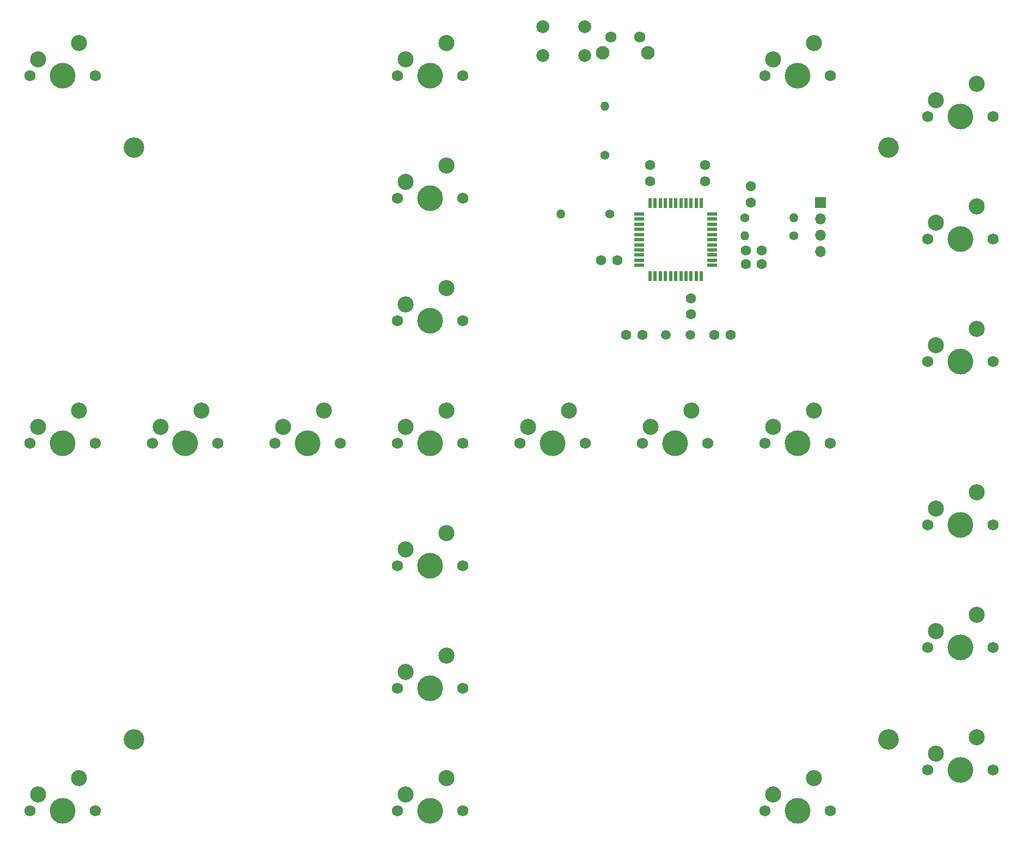
<source format=gbr>
%TF.GenerationSoftware,KiCad,Pcbnew,(6.0.4)*%
%TF.CreationDate,2022-05-22T21:26:51-03:00*%
%TF.ProjectId,G-Code_Keeb,472d436f-6465-45f4-9b65-65622e6b6963,1*%
%TF.SameCoordinates,Original*%
%TF.FileFunction,Soldermask,Bot*%
%TF.FilePolarity,Negative*%
%FSLAX46Y46*%
G04 Gerber Fmt 4.6, Leading zero omitted, Abs format (unit mm)*
G04 Created by KiCad (PCBNEW (6.0.4)) date 2022-05-22 21:26:51*
%MOMM*%
%LPD*%
G01*
G04 APERTURE LIST*
%ADD10C,4.000000*%
%ADD11C,1.750000*%
%ADD12C,2.500000*%
%ADD13C,3.200000*%
%ADD14C,1.600000*%
%ADD15R,1.700000X1.700000*%
%ADD16O,1.700000X1.700000*%
%ADD17C,2.100000*%
%ADD18C,2.000000*%
%ADD19C,1.400000*%
%ADD20O,1.400000X1.400000*%
%ADD21C,1.500000*%
%ADD22R,1.500000X0.550000*%
%ADD23R,0.550000X1.500000*%
G04 APERTURE END LIST*
D10*
%TO.C,SW11*%
X85750000Y-132900000D03*
D11*
X90830000Y-132900000D03*
X80670000Y-132900000D03*
D12*
X81940000Y-130360000D03*
X88290000Y-127820000D03*
%TD*%
D13*
%TO.C,H2*%
X157050000Y-48800000D03*
%TD*%
D11*
%TO.C,SW21*%
X137820000Y-151950000D03*
X147980000Y-151950000D03*
D10*
X142900000Y-151950000D03*
D12*
X139090000Y-149410000D03*
X145440000Y-146870000D03*
%TD*%
D11*
%TO.C,SW17*%
X173280000Y-126500000D03*
X163120000Y-126500000D03*
D10*
X168200000Y-126500000D03*
D12*
X164390000Y-123960000D03*
X170740000Y-121420000D03*
%TD*%
D11*
%TO.C,SW4*%
X71780000Y-94800000D03*
X61620000Y-94800000D03*
D10*
X66700000Y-94800000D03*
D12*
X62890000Y-92260000D03*
X69240000Y-89720000D03*
%TD*%
D11*
%TO.C,SW14*%
X173280000Y-63050000D03*
D10*
X168200000Y-63050000D03*
D11*
X163120000Y-63050000D03*
D12*
X164390000Y-60510000D03*
X170740000Y-57970000D03*
%TD*%
D13*
%TO.C,H4*%
X39700000Y-48800000D03*
%TD*%
D11*
%TO.C,SW6*%
X33680000Y-94800000D03*
D10*
X28600000Y-94800000D03*
D11*
X23520000Y-94800000D03*
D12*
X24790000Y-92260000D03*
X31140000Y-89720000D03*
%TD*%
D13*
%TO.C,H1*%
X157050000Y-140800000D03*
%TD*%
D10*
%TO.C,SW18*%
X168200000Y-145550000D03*
D11*
X163120000Y-145550000D03*
X173280000Y-145550000D03*
D12*
X164390000Y-143010000D03*
X170740000Y-140470000D03*
%TD*%
D11*
%TO.C,SW19*%
X23520000Y-151950000D03*
D10*
X28600000Y-151950000D03*
D11*
X33680000Y-151950000D03*
D12*
X24790000Y-149410000D03*
X31140000Y-146870000D03*
%TD*%
D11*
%TO.C,SW16*%
X163120000Y-107450000D03*
X173280000Y-107450000D03*
D10*
X168200000Y-107450000D03*
D12*
X164390000Y-104910000D03*
X170740000Y-102370000D03*
%TD*%
D11*
%TO.C,SW15*%
X163120000Y-82100000D03*
D10*
X168200000Y-82100000D03*
D11*
X173280000Y-82100000D03*
D12*
X164390000Y-79560000D03*
X170740000Y-77020000D03*
%TD*%
D11*
%TO.C,SW9*%
X90830000Y-75750000D03*
X80670000Y-75750000D03*
D10*
X85750000Y-75750000D03*
D12*
X81940000Y-73210000D03*
X88290000Y-70670000D03*
%TD*%
D11*
%TO.C,SW13*%
X163120000Y-44000000D03*
D10*
X168200000Y-44000000D03*
D11*
X173280000Y-44000000D03*
D12*
X164390000Y-41460000D03*
X170740000Y-38920000D03*
%TD*%
D11*
%TO.C,SW2*%
X128930000Y-94800000D03*
D10*
X123850000Y-94800000D03*
D11*
X118770000Y-94800000D03*
D12*
X120040000Y-92260000D03*
X126390000Y-89720000D03*
%TD*%
D11*
%TO.C,SW8*%
X90830000Y-56700000D03*
D10*
X85750000Y-56700000D03*
D11*
X80670000Y-56700000D03*
D12*
X81940000Y-54160000D03*
X88290000Y-51620000D03*
%TD*%
D10*
%TO.C,SW5*%
X47650000Y-94800000D03*
D11*
X52730000Y-94800000D03*
X42570000Y-94800000D03*
D12*
X43840000Y-92260000D03*
X50190000Y-89720000D03*
%TD*%
D11*
%TO.C,SW1*%
X147980000Y-94800000D03*
X137820000Y-94800000D03*
D10*
X142900000Y-94800000D03*
D12*
X139090000Y-92260000D03*
X145440000Y-89720000D03*
%TD*%
D10*
%TO.C,SW7*%
X85750000Y-37650000D03*
D11*
X90830000Y-37650000D03*
X80670000Y-37650000D03*
D12*
X81940000Y-35110000D03*
X88290000Y-32570000D03*
%TD*%
D11*
%TO.C,SW12*%
X90830000Y-151950000D03*
D10*
X85750000Y-151950000D03*
D11*
X80670000Y-151950000D03*
D12*
X81940000Y-149410000D03*
X88290000Y-146870000D03*
%TD*%
D11*
%TO.C,SW23*%
X147980000Y-37650000D03*
X137820000Y-37650000D03*
D10*
X142900000Y-37650000D03*
D12*
X139090000Y-35110000D03*
X145440000Y-32570000D03*
%TD*%
D11*
%TO.C,SW20*%
X33680000Y-37650000D03*
X23520000Y-37650000D03*
D10*
X28600000Y-37650000D03*
D12*
X24790000Y-35110000D03*
X31140000Y-32570000D03*
%TD*%
D11*
%TO.C,SW3*%
X109880000Y-94800000D03*
X99720000Y-94800000D03*
D10*
X104800000Y-94800000D03*
D12*
X100990000Y-92260000D03*
X107340000Y-89720000D03*
%TD*%
D11*
%TO.C,SW10*%
X90830000Y-113850000D03*
X80670000Y-113850000D03*
D10*
X85750000Y-113850000D03*
D12*
X81940000Y-111310000D03*
X88290000Y-108770000D03*
%TD*%
D13*
%TO.C,H3*%
X39700000Y-140800000D03*
%TD*%
D11*
%TO.C,SW22*%
X80670000Y-94800000D03*
X90830000Y-94800000D03*
D10*
X85750000Y-94800000D03*
D12*
X81940000Y-92260000D03*
X88290000Y-89720000D03*
%TD*%
D14*
%TO.C,C1*%
X132439524Y-77900000D03*
X129939524Y-77900000D03*
%TD*%
D15*
%TO.C,J1*%
X146489524Y-57300000D03*
D16*
X146489524Y-59840000D03*
X146489524Y-62380000D03*
X146489524Y-64920000D03*
%TD*%
D14*
%TO.C,C7*%
X112339524Y-66300000D03*
X114839524Y-66300000D03*
%TD*%
D17*
%TO.C,SW24*%
X119600000Y-34052500D03*
X112590000Y-34052500D03*
D11*
X118350000Y-31562500D03*
X113850000Y-31562500D03*
%TD*%
D18*
%TO.C,SW25*%
X103300000Y-29950000D03*
X109800000Y-29950000D03*
X103300000Y-34450000D03*
X109800000Y-34450000D03*
%TD*%
D19*
%TO.C,R3*%
X112939524Y-50000000D03*
D20*
X112939524Y-42380000D03*
%TD*%
D14*
%TO.C,C9*%
X128500000Y-51500000D03*
X128500000Y-54000000D03*
%TD*%
D21*
%TO.C,Y1*%
X126239524Y-77900000D03*
X122439524Y-77900000D03*
%TD*%
D19*
%TO.C,R2*%
X134669524Y-59700000D03*
D20*
X142289524Y-59700000D03*
%TD*%
D14*
%TO.C,C8*%
X119939524Y-51500000D03*
X119939524Y-54000000D03*
%TD*%
%TO.C,C6*%
X126339524Y-74700000D03*
X126339524Y-72200000D03*
%TD*%
D22*
%TO.C,U1*%
X129639524Y-59100000D03*
X129639524Y-59900000D03*
X129639524Y-60700000D03*
X129639524Y-61500000D03*
X129639524Y-62300000D03*
X129639524Y-63100000D03*
X129639524Y-63900000D03*
X129639524Y-64700000D03*
X129639524Y-65500000D03*
X129639524Y-66300000D03*
X129639524Y-67100000D03*
D23*
X127939524Y-68800000D03*
X127139524Y-68800000D03*
X126339524Y-68800000D03*
X125539524Y-68800000D03*
X124739524Y-68800000D03*
X123939524Y-68800000D03*
X123139524Y-68800000D03*
X122339524Y-68800000D03*
X121539524Y-68800000D03*
X120739524Y-68800000D03*
X119939524Y-68800000D03*
D22*
X118239524Y-67100000D03*
X118239524Y-66300000D03*
X118239524Y-65500000D03*
X118239524Y-64700000D03*
X118239524Y-63900000D03*
X118239524Y-63100000D03*
X118239524Y-62300000D03*
X118239524Y-61500000D03*
X118239524Y-60700000D03*
X118239524Y-59900000D03*
X118239524Y-59100000D03*
D23*
X119939524Y-57400000D03*
X120739524Y-57400000D03*
X121539524Y-57400000D03*
X122339524Y-57400000D03*
X123139524Y-57400000D03*
X123939524Y-57400000D03*
X124739524Y-57400000D03*
X125539524Y-57400000D03*
X126339524Y-57400000D03*
X127139524Y-57400000D03*
X127939524Y-57400000D03*
%TD*%
D14*
%TO.C,C5*%
X137339524Y-66900000D03*
X134839524Y-66900000D03*
%TD*%
%TO.C,C4*%
X135620646Y-54800000D03*
X135620646Y-57300000D03*
%TD*%
D19*
%TO.C,R1*%
X142289524Y-62500000D03*
D20*
X134669524Y-62500000D03*
%TD*%
D19*
%TO.C,R4*%
X113700000Y-59100000D03*
D20*
X106080000Y-59100000D03*
%TD*%
D14*
%TO.C,C2*%
X118739524Y-77900000D03*
X116239524Y-77900000D03*
%TD*%
%TO.C,C3*%
X137319524Y-64750000D03*
X134819524Y-64750000D03*
%TD*%
M02*

</source>
